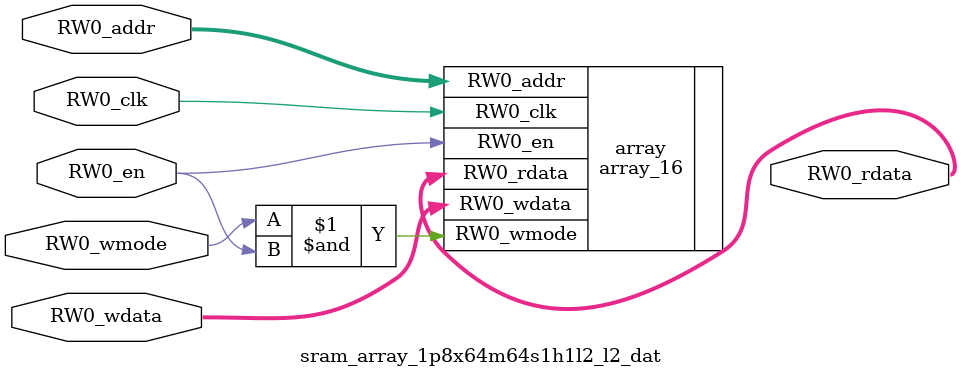
<source format=sv>
`ifndef RANDOMIZE
  `ifdef RANDOMIZE_MEM_INIT
    `define RANDOMIZE
  `endif // RANDOMIZE_MEM_INIT
`endif // not def RANDOMIZE
`ifndef RANDOMIZE
  `ifdef RANDOMIZE_REG_INIT
    `define RANDOMIZE
  `endif // RANDOMIZE_REG_INIT
`endif // not def RANDOMIZE

`ifndef RANDOM
  `define RANDOM $random
`endif // not def RANDOM

// Users can define INIT_RANDOM as general code that gets injected into the
// initializer block for modules with registers.
`ifndef INIT_RANDOM
  `define INIT_RANDOM
`endif // not def INIT_RANDOM

// If using random initialization, you can also define RANDOMIZE_DELAY to
// customize the delay used, otherwise 0.002 is used.
`ifndef RANDOMIZE_DELAY
  `define RANDOMIZE_DELAY 0.002
`endif // not def RANDOMIZE_DELAY

// Define INIT_RANDOM_PROLOG_ for use in our modules below.
`ifndef INIT_RANDOM_PROLOG_
  `ifdef RANDOMIZE
    `ifdef VERILATOR
      `define INIT_RANDOM_PROLOG_ `INIT_RANDOM
    `else  // VERILATOR
      `define INIT_RANDOM_PROLOG_ `INIT_RANDOM #`RANDOMIZE_DELAY begin end
    `endif // VERILATOR
  `else  // RANDOMIZE
    `define INIT_RANDOM_PROLOG_
  `endif // RANDOMIZE
`endif // not def INIT_RANDOM_PROLOG_

// Include register initializers in init blocks unless synthesis is set
`ifndef SYNTHESIS
  `ifndef ENABLE_INITIAL_REG_
    `define ENABLE_INITIAL_REG_
  `endif // not def ENABLE_INITIAL_REG_
`endif // not def SYNTHESIS

// Include rmemory initializers in init blocks unless synthesis is set
`ifndef SYNTHESIS
  `ifndef ENABLE_INITIAL_MEM_
    `define ENABLE_INITIAL_MEM_
  `endif // not def ENABLE_INITIAL_MEM_
`endif // not def SYNTHESIS

module sram_array_1p8x64m64s1h1l2_l2_dat(
  input         RW0_clk,
  input  [2:0]  RW0_addr,
  input         RW0_en,
  input         RW0_wmode,
  input  [63:0] RW0_wdata,
  output [63:0] RW0_rdata
);

  array_16 array (
    .RW0_addr  (RW0_addr),
    .RW0_en    (RW0_en),
    .RW0_clk   (RW0_clk),
    .RW0_wmode (RW0_wmode & RW0_en),
    .RW0_wdata (RW0_wdata),
    .RW0_rdata (RW0_rdata)
  );
endmodule


</source>
